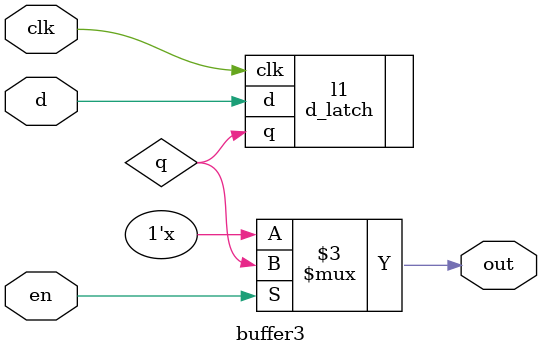
<source format=v>
module buffer3 (out, clk, en, d);

output reg out;
input clk, en, d;

wire q;

d_latch l1 (.q(q), .clk(clk), .d(d));

always @ (en, q)
begin
	if (en)
		out = q;
end

endmodule
</source>
